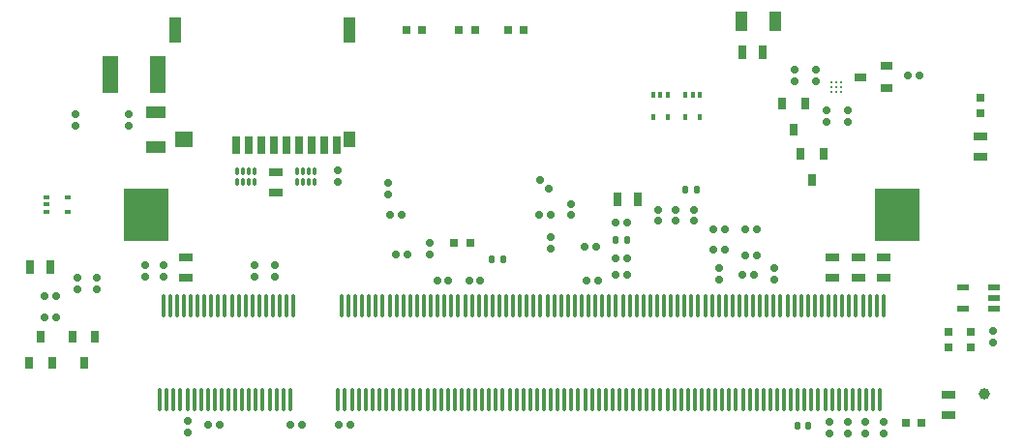
<source format=gtp>
G04 Layer_Color=8421504*
%FSLAX44Y44*%
%MOMM*%
G71*
G01*
G75*
%ADD10R,0.4000X0.5000*%
%ADD11R,1.2000X0.8000*%
%ADD12R,0.8000X0.8000*%
G04:AMPARAMS|DCode=13|XSize=0.55mm|YSize=0.6mm|CornerRadius=0.1375mm|HoleSize=0mm|Usage=FLASHONLY|Rotation=180.000|XOffset=0mm|YOffset=0mm|HoleType=Round|Shape=RoundedRectangle|*
%AMROUNDEDRECTD13*
21,1,0.5500,0.3250,0,0,180.0*
21,1,0.2750,0.6000,0,0,180.0*
1,1,0.2750,-0.1375,0.1625*
1,1,0.2750,0.1375,0.1625*
1,1,0.2750,0.1375,-0.1625*
1,1,0.2750,-0.1375,-0.1625*
%
%ADD13ROUNDEDRECTD13*%
G04:AMPARAMS|DCode=14|XSize=0.6mm|YSize=0.4mm|CornerRadius=0.1mm|HoleSize=0mm|Usage=FLASHONLY|Rotation=90.000|XOffset=0mm|YOffset=0mm|HoleType=Round|Shape=RoundedRectangle|*
%AMROUNDEDRECTD14*
21,1,0.6000,0.2000,0,0,90.0*
21,1,0.4000,0.4000,0,0,90.0*
1,1,0.2000,0.1000,0.2000*
1,1,0.2000,0.1000,-0.2000*
1,1,0.2000,-0.1000,-0.2000*
1,1,0.2000,-0.1000,0.2000*
%
%ADD14ROUNDEDRECTD14*%
G04:AMPARAMS|DCode=15|XSize=0.6mm|YSize=0.3mm|CornerRadius=0.075mm|HoleSize=0mm|Usage=FLASHONLY|Rotation=90.000|XOffset=0mm|YOffset=0mm|HoleType=Round|Shape=RoundedRectangle|*
%AMROUNDEDRECTD15*
21,1,0.6000,0.1500,0,0,90.0*
21,1,0.4500,0.3000,0,0,90.0*
1,1,0.1500,0.0750,0.2250*
1,1,0.1500,0.0750,-0.2250*
1,1,0.1500,-0.0750,-0.2250*
1,1,0.1500,-0.0750,0.2250*
%
%ADD15ROUNDEDRECTD15*%
%ADD16R,0.5000X0.4000*%
%ADD17R,0.8000X1.0000*%
%ADD18R,1.0000X0.8000*%
G04:AMPARAMS|DCode=19|XSize=0.6mm|YSize=0.6mm|CornerRadius=0.15mm|HoleSize=0mm|Usage=FLASHONLY|Rotation=0.000|XOffset=0mm|YOffset=0mm|HoleType=Round|Shape=RoundedRectangle|*
%AMROUNDEDRECTD19*
21,1,0.6000,0.3000,0,0,0.0*
21,1,0.3000,0.6000,0,0,0.0*
1,1,0.3000,0.1500,-0.1500*
1,1,0.3000,-0.1500,-0.1500*
1,1,0.3000,-0.1500,0.1500*
1,1,0.3000,0.1500,0.1500*
%
%ADD19ROUNDEDRECTD19*%
G04:AMPARAMS|DCode=20|XSize=0.6mm|YSize=0.6mm|CornerRadius=0.15mm|HoleSize=0mm|Usage=FLASHONLY|Rotation=90.000|XOffset=0mm|YOffset=0mm|HoleType=Round|Shape=RoundedRectangle|*
%AMROUNDEDRECTD20*
21,1,0.6000,0.3000,0,0,90.0*
21,1,0.3000,0.6000,0,0,90.0*
1,1,0.3000,0.1500,0.1500*
1,1,0.3000,0.1500,-0.1500*
1,1,0.3000,-0.1500,-0.1500*
1,1,0.3000,-0.1500,0.1500*
%
%ADD20ROUNDEDRECTD20*%
%ADD21C,0.2500*%
%ADD22R,1.0000X1.8000*%
%ADD23R,0.8000X0.8000*%
G04:AMPARAMS|DCode=24|XSize=0.35mm|YSize=2mm|CornerRadius=0.0875mm|HoleSize=0mm|Usage=FLASHONLY|Rotation=0.000|XOffset=0mm|YOffset=0mm|HoleType=Round|Shape=RoundedRectangle|*
%AMROUNDEDRECTD24*
21,1,0.3500,1.8250,0,0,0.0*
21,1,0.1750,2.0000,0,0,0.0*
1,1,0.1750,0.0875,-0.9125*
1,1,0.1750,-0.0875,-0.9125*
1,1,0.1750,-0.0875,0.9125*
1,1,0.1750,0.0875,0.9125*
%
%ADD24ROUNDEDRECTD24*%
%ADD25R,3.9000X4.6000*%
%ADD26R,0.7000X1.6000*%
%ADD27R,1.0000X1.4000*%
%ADD28R,1.6000X1.4000*%
%ADD29R,1.0000X2.2000*%
%ADD30R,1.8000X1.0000*%
%ADD31R,0.8000X1.2000*%
%ADD32R,1.0000X0.5500*%
%ADD33R,1.4000X3.2000*%
G04:AMPARAMS|DCode=34|XSize=0.6mm|YSize=0.6mm|CornerRadius=0.15mm|HoleSize=0mm|Usage=FLASHONLY|Rotation=45.000|XOffset=0mm|YOffset=0mm|HoleType=Round|Shape=RoundedRectangle|*
%AMROUNDEDRECTD34*
21,1,0.6000,0.3000,0,0,45.0*
21,1,0.3000,0.6000,0,0,45.0*
1,1,0.3000,0.2121,0.0000*
1,1,0.3000,0.0000,-0.2121*
1,1,0.3000,-0.2121,0.0000*
1,1,0.3000,0.0000,0.2121*
%
%ADD34ROUNDEDRECTD34*%
%ADD35C,1.0000*%
D10*
X606000Y287000D02*
D03*
X593000D02*
D03*
Y306000D02*
D03*
X599500D02*
D03*
X606000D02*
D03*
X578000Y287000D02*
D03*
X565000D02*
D03*
Y306000D02*
D03*
X571500D02*
D03*
X578000D02*
D03*
D11*
X851000Y270000D02*
D03*
Y252000D02*
D03*
X823000Y26000D02*
D03*
Y44000D02*
D03*
X745000Y146000D02*
D03*
Y164000D02*
D03*
X767000Y146000D02*
D03*
Y164000D02*
D03*
X156000Y146000D02*
D03*
Y164000D02*
D03*
X235000Y221000D02*
D03*
Y239000D02*
D03*
X721500Y146000D02*
D03*
Y164000D02*
D03*
D12*
X843000Y99000D02*
D03*
Y85000D02*
D03*
X363000Y363000D02*
D03*
X349000D02*
D03*
X409000D02*
D03*
X395000D02*
D03*
X823000Y99000D02*
D03*
Y85000D02*
D03*
X786000Y19000D02*
D03*
X800000D02*
D03*
X452000Y363000D02*
D03*
X438000D02*
D03*
D13*
X691000Y17000D02*
D03*
X701000D02*
D03*
X424000Y162000D02*
D03*
X434000D02*
D03*
X593000Y223000D02*
D03*
X603000D02*
D03*
X532000Y179000D02*
D03*
X542000D02*
D03*
D14*
X253500Y230500D02*
D03*
Y239500D02*
D03*
X268500Y230500D02*
D03*
Y239500D02*
D03*
X201500Y230500D02*
D03*
Y239500D02*
D03*
X216500Y230500D02*
D03*
Y239500D02*
D03*
D15*
X258500Y230500D02*
D03*
X263500D02*
D03*
X258500Y239500D02*
D03*
X263500Y239500D02*
D03*
X206500Y230500D02*
D03*
X211500D02*
D03*
X206500Y239500D02*
D03*
X211500D02*
D03*
D16*
X53000Y217000D02*
D03*
Y204000D02*
D03*
X34000D02*
D03*
Y210500D02*
D03*
Y217000D02*
D03*
D17*
X688000Y275500D02*
D03*
X678000Y298500D02*
D03*
X698000D02*
D03*
X714000Y254500D02*
D03*
X694000Y254500D02*
D03*
X704000Y231500D02*
D03*
X29000Y94500D02*
D03*
X39000Y71500D02*
D03*
X19000D02*
D03*
X67000D02*
D03*
X57000Y94500D02*
D03*
X77000D02*
D03*
D18*
X746500Y322000D02*
D03*
X769500Y332000D02*
D03*
Y312000D02*
D03*
D19*
X689000Y328000D02*
D03*
Y318000D02*
D03*
X735000Y283000D02*
D03*
Y293000D02*
D03*
X717000Y283000D02*
D03*
Y293000D02*
D03*
X707000Y328000D02*
D03*
Y318000D02*
D03*
X671000Y155000D02*
D03*
Y145000D02*
D03*
X623000Y155000D02*
D03*
Y145000D02*
D03*
X370000Y177000D02*
D03*
Y167000D02*
D03*
X333000Y229000D02*
D03*
Y219000D02*
D03*
X475000Y182000D02*
D03*
Y172000D02*
D03*
X569000Y206000D02*
D03*
Y196000D02*
D03*
X585000Y206000D02*
D03*
Y196000D02*
D03*
X601000Y206000D02*
D03*
Y196000D02*
D03*
X751000Y10000D02*
D03*
Y20000D02*
D03*
X735000Y10000D02*
D03*
Y20000D02*
D03*
X719000Y10000D02*
D03*
Y20000D02*
D03*
X767000Y10000D02*
D03*
Y20000D02*
D03*
X862000Y100000D02*
D03*
Y90000D02*
D03*
X106000Y279000D02*
D03*
Y289000D02*
D03*
X158000Y11000D02*
D03*
Y21000D02*
D03*
X78000Y146000D02*
D03*
Y136000D02*
D03*
X493000Y201000D02*
D03*
Y211000D02*
D03*
X61000Y146000D02*
D03*
Y136000D02*
D03*
X216000Y147000D02*
D03*
Y157000D02*
D03*
X60000Y289000D02*
D03*
X60000Y279000D02*
D03*
X121000Y147000D02*
D03*
Y157000D02*
D03*
X289000Y230000D02*
D03*
Y240000D02*
D03*
X137000Y147000D02*
D03*
Y157000D02*
D03*
X234000Y157000D02*
D03*
Y147000D02*
D03*
D20*
X788000Y323000D02*
D03*
X798000D02*
D03*
X404000Y144000D02*
D03*
X414000D02*
D03*
X386000D02*
D03*
X376000D02*
D03*
X345000Y201000D02*
D03*
X335000D02*
D03*
X646000Y166000D02*
D03*
X656000D02*
D03*
X628000Y171000D02*
D03*
X618000D02*
D03*
X475000Y201000D02*
D03*
X465000D02*
D03*
X350000Y167000D02*
D03*
X340000D02*
D03*
X532000Y163500D02*
D03*
X542000D02*
D03*
X515000Y173000D02*
D03*
X505000D02*
D03*
X532000Y148500D02*
D03*
X542000D02*
D03*
X532000Y195000D02*
D03*
X542000D02*
D03*
X517000Y144000D02*
D03*
X507000D02*
D03*
X646000Y189000D02*
D03*
X656000D02*
D03*
X643000Y149000D02*
D03*
X653000D02*
D03*
X628000Y189000D02*
D03*
X618000D02*
D03*
X258000Y18000D02*
D03*
X248000D02*
D03*
X300000D02*
D03*
X290000D02*
D03*
X186000D02*
D03*
X176000D02*
D03*
X43000Y130000D02*
D03*
X33000D02*
D03*
Y112000D02*
D03*
X43000D02*
D03*
D21*
X721000Y309000D02*
D03*
Y313000D02*
D03*
Y317000D02*
D03*
X725000Y309000D02*
D03*
Y313000D02*
D03*
Y317000D02*
D03*
X729000Y309000D02*
D03*
Y313000D02*
D03*
Y317000D02*
D03*
D22*
X642000Y371000D02*
D03*
X672000D02*
D03*
D23*
X391000Y177000D02*
D03*
X405000D02*
D03*
X851000Y290000D02*
D03*
Y304000D02*
D03*
D24*
X766500Y122000D02*
D03*
X763500Y40000D02*
D03*
X760500Y122000D02*
D03*
X757500Y40000D02*
D03*
X754500Y122000D02*
D03*
X751500Y40000D02*
D03*
X748500Y122000D02*
D03*
X745500Y40000D02*
D03*
X742500Y122000D02*
D03*
X739500Y40000D02*
D03*
X736500Y122000D02*
D03*
X733500Y40000D02*
D03*
X730500Y122000D02*
D03*
X727500Y40000D02*
D03*
X724500Y122000D02*
D03*
X721500Y40000D02*
D03*
X718500Y122000D02*
D03*
X715500Y40000D02*
D03*
X712500Y122000D02*
D03*
X709500Y40000D02*
D03*
X706500Y122000D02*
D03*
X703500Y40000D02*
D03*
X700500Y122000D02*
D03*
X697500Y40000D02*
D03*
X694500Y122000D02*
D03*
X691500Y40000D02*
D03*
X688500Y122000D02*
D03*
X685500Y40000D02*
D03*
X682500Y122000D02*
D03*
X679500Y40000D02*
D03*
X676500Y122000D02*
D03*
X673500Y40000D02*
D03*
X670500Y122000D02*
D03*
X667500Y40000D02*
D03*
X664500Y122000D02*
D03*
X661500Y40000D02*
D03*
X658500Y122000D02*
D03*
X655500Y40000D02*
D03*
X652500Y122000D02*
D03*
X649500Y40000D02*
D03*
X646500Y122000D02*
D03*
X643500Y40000D02*
D03*
X640500Y122000D02*
D03*
X637500Y40000D02*
D03*
X634500Y122000D02*
D03*
X631500Y40000D02*
D03*
X628500Y122000D02*
D03*
X625500Y40000D02*
D03*
X622500Y122000D02*
D03*
X619500Y40000D02*
D03*
X616500Y122000D02*
D03*
X613500Y40000D02*
D03*
X610500Y122000D02*
D03*
X607500Y40000D02*
D03*
X604500Y122000D02*
D03*
X601500Y40000D02*
D03*
X598500Y122000D02*
D03*
X595500Y40000D02*
D03*
X592500Y122000D02*
D03*
X589500Y40000D02*
D03*
X586500Y122000D02*
D03*
X583500Y40000D02*
D03*
X580500Y122000D02*
D03*
X577500Y40000D02*
D03*
X574500Y122000D02*
D03*
X571500Y40000D02*
D03*
X568500Y122000D02*
D03*
X565500Y40000D02*
D03*
X562500Y122000D02*
D03*
X559500Y40000D02*
D03*
X556500Y122000D02*
D03*
X553500Y40000D02*
D03*
X550500Y122000D02*
D03*
X547500Y40000D02*
D03*
X544500Y122000D02*
D03*
X541500Y40000D02*
D03*
X538500Y122000D02*
D03*
X535500Y40000D02*
D03*
X532500Y122000D02*
D03*
X529500Y40000D02*
D03*
X526500Y122000D02*
D03*
X523500Y40000D02*
D03*
X520500Y122000D02*
D03*
X517500Y40000D02*
D03*
X514500Y122000D02*
D03*
X511500Y40000D02*
D03*
X508500Y122000D02*
D03*
X505500Y40000D02*
D03*
X502500Y122000D02*
D03*
X499500Y40000D02*
D03*
X496500Y122000D02*
D03*
X493500Y40000D02*
D03*
X490500Y122000D02*
D03*
X487500Y40000D02*
D03*
X484500Y122000D02*
D03*
X481500Y40000D02*
D03*
X478500Y122000D02*
D03*
X475500Y40000D02*
D03*
X472500Y122000D02*
D03*
X469500Y40000D02*
D03*
X466500Y122000D02*
D03*
X463500Y40000D02*
D03*
X460500Y122000D02*
D03*
X457500Y40000D02*
D03*
X454500Y122000D02*
D03*
X451500Y40000D02*
D03*
X448500Y122000D02*
D03*
X445500Y40000D02*
D03*
X442500Y122000D02*
D03*
X439500Y40000D02*
D03*
X436500Y122000D02*
D03*
X433500Y40000D02*
D03*
X430500Y122000D02*
D03*
X427500Y40000D02*
D03*
X424500Y122000D02*
D03*
X421500Y40000D02*
D03*
X418500Y122000D02*
D03*
X415500Y40000D02*
D03*
X412500Y122000D02*
D03*
X409500Y40000D02*
D03*
X406500Y122000D02*
D03*
X403500Y40000D02*
D03*
X400500Y122000D02*
D03*
X397500Y40000D02*
D03*
X394500Y122000D02*
D03*
X391500Y40000D02*
D03*
X388500Y122000D02*
D03*
X385500Y40000D02*
D03*
X382500Y122000D02*
D03*
X379500Y40000D02*
D03*
X376500Y122000D02*
D03*
X373500Y40000D02*
D03*
X370500Y122000D02*
D03*
X367500Y40000D02*
D03*
X364500Y122000D02*
D03*
X361500Y40000D02*
D03*
X358500Y122000D02*
D03*
X355500Y40000D02*
D03*
X352500Y122000D02*
D03*
X349500Y40000D02*
D03*
X346500Y122000D02*
D03*
X343500Y40000D02*
D03*
X340500Y122000D02*
D03*
X337500Y40000D02*
D03*
X334500Y122000D02*
D03*
X331500Y40000D02*
D03*
X328500Y122000D02*
D03*
X325500Y40000D02*
D03*
X322500Y122000D02*
D03*
X319500Y40000D02*
D03*
X316500Y122000D02*
D03*
X313500Y40000D02*
D03*
X310500Y122000D02*
D03*
X307500Y40000D02*
D03*
X304500Y122000D02*
D03*
X301500Y40000D02*
D03*
X298500Y122000D02*
D03*
X295500Y40000D02*
D03*
X292500Y122000D02*
D03*
X289500Y40000D02*
D03*
X250500Y122000D02*
D03*
X247500Y40000D02*
D03*
X244500Y122000D02*
D03*
X241500Y40000D02*
D03*
X238500Y122000D02*
D03*
X235500Y40000D02*
D03*
X232500Y122000D02*
D03*
X229500Y40000D02*
D03*
X226500Y122000D02*
D03*
X223500Y40000D02*
D03*
X220500Y122000D02*
D03*
X217500Y40000D02*
D03*
X214500Y122000D02*
D03*
X211500Y40000D02*
D03*
X208500Y122000D02*
D03*
X205500Y40000D02*
D03*
X202500Y122000D02*
D03*
X199500Y40000D02*
D03*
X196500Y122000D02*
D03*
X193500Y40000D02*
D03*
X190500Y122000D02*
D03*
X187500Y40000D02*
D03*
X184500Y122000D02*
D03*
X181500Y40000D02*
D03*
X178500Y122000D02*
D03*
X175500Y40000D02*
D03*
X172500Y122000D02*
D03*
X169500Y40000D02*
D03*
X166500Y122000D02*
D03*
X163500Y40000D02*
D03*
X160500Y122000D02*
D03*
X157500Y40000D02*
D03*
X154500Y122000D02*
D03*
X151500Y40000D02*
D03*
X148500Y122000D02*
D03*
X145500Y40000D02*
D03*
X142500Y122000D02*
D03*
X139500Y40000D02*
D03*
X136500Y122000D02*
D03*
X133500Y40000D02*
D03*
D25*
X121500Y201000D02*
D03*
X778500D02*
D03*
D26*
X288500Y262000D02*
D03*
X277500D02*
D03*
X266500D02*
D03*
X255500D02*
D03*
X244500D02*
D03*
X233500D02*
D03*
X222500D02*
D03*
X200500D02*
D03*
X211500D02*
D03*
D27*
X299500Y267000D02*
D03*
D28*
X154500D02*
D03*
D29*
X299500Y363000D02*
D03*
X146500D02*
D03*
D30*
X130000Y261000D02*
D03*
Y291000D02*
D03*
D31*
X38000Y156000D02*
D03*
X20000D02*
D03*
X534000Y215000D02*
D03*
X552000D02*
D03*
X661000Y344000D02*
D03*
X643000D02*
D03*
D32*
X836000Y138000D02*
D03*
Y119000D02*
D03*
X863000Y138000D02*
D03*
Y128500D02*
D03*
Y119000D02*
D03*
D33*
X132000Y324000D02*
D03*
X90000D02*
D03*
D34*
X473535Y224464D02*
D03*
X466465Y231535D02*
D03*
D35*
X855000Y45000D02*
D03*
M02*

</source>
